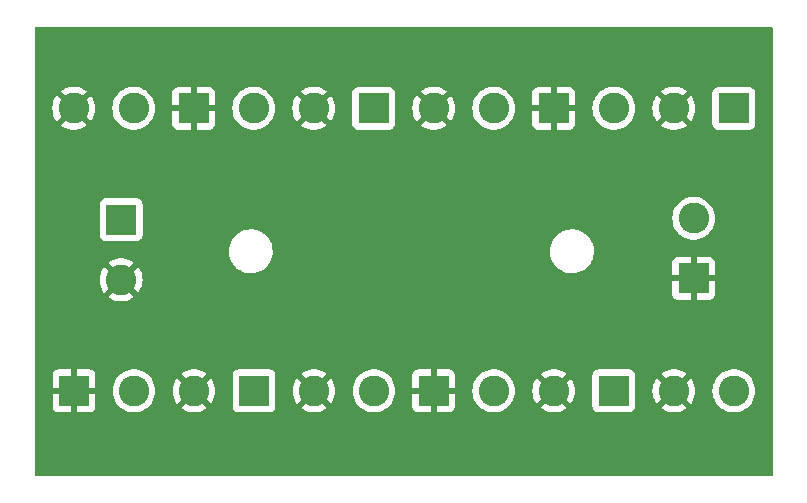
<source format=gbr>
%TF.GenerationSoftware,KiCad,Pcbnew,7.0.7*%
%TF.CreationDate,2024-01-08T20:38:26+01:00*%
%TF.ProjectId,SplitX_2,53706c69-7458-45f3-922e-6b696361645f,rev?*%
%TF.SameCoordinates,Original*%
%TF.FileFunction,Copper,L1,Top*%
%TF.FilePolarity,Positive*%
%FSLAX46Y46*%
G04 Gerber Fmt 4.6, Leading zero omitted, Abs format (unit mm)*
G04 Created by KiCad (PCBNEW 7.0.7) date 2024-01-08 20:38:26*
%MOMM*%
%LPD*%
G01*
G04 APERTURE LIST*
%TA.AperFunction,ComponentPad*%
%ADD10R,2.600000X2.600000*%
%TD*%
%TA.AperFunction,ComponentPad*%
%ADD11C,2.600000*%
%TD*%
G04 APERTURE END LIST*
D10*
%TO.P,J5,1,Pin_1*%
%TO.N,B*%
X220218000Y-43891000D03*
D11*
%TO.P,J5,2,Pin_2*%
%TO.N,A*%
X215138000Y-43891000D03*
%TO.P,J5,3,Pin_3*%
%TO.N,B*%
X210058000Y-43891000D03*
%TD*%
D10*
%TO.P,Je,1,Pin_1*%
%TO.N,B*%
X210080000Y-67818000D03*
D11*
%TO.P,Je,2,Pin_2*%
%TO.N,A*%
X215160000Y-67818000D03*
%TO.P,Je,3,Pin_3*%
%TO.N,B*%
X220240000Y-67818000D03*
%TD*%
D10*
%TO.P,J4,1,Pin_1*%
%TO.N,A*%
X194840000Y-67818000D03*
D11*
%TO.P,J4,2,Pin_2*%
%TO.N,B*%
X199920000Y-67818000D03*
%TO.P,J4,3,Pin_3*%
%TO.N,A*%
X205000000Y-67818000D03*
%TD*%
D10*
%TO.P,J1,1,Pin_1*%
%TO.N,B*%
X198831000Y-53335000D03*
D11*
%TO.P,J1,2,Pin_2*%
%TO.N,A*%
X198831000Y-58415000D03*
%TD*%
D10*
%TO.P,J8,1,Pin_1*%
%TO.N,A*%
X225298000Y-67818000D03*
D11*
%TO.P,J8,2,Pin_2*%
%TO.N,B*%
X230378000Y-67818000D03*
%TO.P,J8,3,Pin_3*%
%TO.N,A*%
X235458000Y-67818000D03*
%TD*%
D10*
%TO.P,J2,1,Pin_1*%
%TO.N,B*%
X250703000Y-43891000D03*
D11*
%TO.P,J2,2,Pin_2*%
%TO.N,A*%
X245623000Y-43891000D03*
%TO.P,J2,3,Pin_3*%
%TO.N,B*%
X240543000Y-43891000D03*
%TD*%
D10*
%TO.P,J7,1,Pin_1*%
%TO.N,A*%
X204978000Y-43891000D03*
D11*
%TO.P,J7,2,Pin_2*%
%TO.N,B*%
X199898000Y-43891000D03*
%TO.P,J7,3,Pin_3*%
%TO.N,A*%
X194818000Y-43891000D03*
%TD*%
D10*
%TO.P,J9,1,Pin_1*%
%TO.N,B*%
X240544000Y-67818000D03*
D11*
%TO.P,J9,2,Pin_2*%
%TO.N,A*%
X245624000Y-67818000D03*
%TO.P,J9,3,Pin_3*%
%TO.N,B*%
X250704000Y-67818000D03*
%TD*%
D10*
%TO.P,J10,1,Pin_1*%
%TO.N,A*%
X247305000Y-58291000D03*
D11*
%TO.P,J10,2,Pin_2*%
%TO.N,B*%
X247305000Y-53211000D03*
%TD*%
D10*
%TO.P,J3,1,Pin_1*%
%TO.N,A*%
X235458000Y-43891000D03*
D11*
%TO.P,J3,2,Pin_2*%
%TO.N,B*%
X230378000Y-43891000D03*
%TO.P,J3,3,Pin_3*%
%TO.N,A*%
X225298000Y-43891000D03*
%TD*%
%TA.AperFunction,Conductor*%
%TO.N,A*%
G36*
X253941621Y-37020502D02*
G01*
X253988114Y-37074158D01*
X253999500Y-37126500D01*
X253999500Y-74873500D01*
X253979498Y-74941621D01*
X253925842Y-74988114D01*
X253873500Y-74999500D01*
X191626500Y-74999500D01*
X191558379Y-74979498D01*
X191511886Y-74925842D01*
X191500500Y-74873500D01*
X191500500Y-69166597D01*
X193032000Y-69166597D01*
X193038505Y-69227093D01*
X193089555Y-69363964D01*
X193089555Y-69363965D01*
X193177095Y-69480904D01*
X193294034Y-69568444D01*
X193430906Y-69619494D01*
X193491402Y-69625999D01*
X193491415Y-69626000D01*
X194586000Y-69626000D01*
X194586000Y-68586305D01*
X194606002Y-68518184D01*
X194659658Y-68471691D01*
X194729932Y-68461587D01*
X194743325Y-68464261D01*
X194757886Y-68468000D01*
X194757889Y-68468000D01*
X194880890Y-68468000D01*
X194880894Y-68468000D01*
X194952207Y-68458991D01*
X195022298Y-68470297D01*
X195075149Y-68517702D01*
X195094000Y-68583997D01*
X195094000Y-69626000D01*
X196188585Y-69626000D01*
X196188597Y-69625999D01*
X196249093Y-69619494D01*
X196385964Y-69568444D01*
X196385965Y-69568444D01*
X196502904Y-69480904D01*
X196590444Y-69363965D01*
X196590444Y-69363964D01*
X196641494Y-69227093D01*
X196647999Y-69166597D01*
X196648000Y-69166585D01*
X196648000Y-68072000D01*
X195605576Y-68072000D01*
X195537455Y-68051998D01*
X195490962Y-67998342D01*
X195480858Y-67928068D01*
X195481808Y-67922391D01*
X195493872Y-67859146D01*
X195493873Y-67859133D01*
X195491285Y-67818000D01*
X198106429Y-67818000D01*
X198126685Y-68088302D01*
X198187001Y-68352560D01*
X198187002Y-68352562D01*
X198286027Y-68604875D01*
X198286030Y-68604883D01*
X198421554Y-68839617D01*
X198421556Y-68839620D01*
X198421557Y-68839621D01*
X198473453Y-68904697D01*
X198590561Y-69051546D01*
X198714545Y-69166585D01*
X198789257Y-69235907D01*
X198789263Y-69235911D01*
X199013205Y-69388593D01*
X199013212Y-69388597D01*
X199013215Y-69388599D01*
X199154003Y-69456399D01*
X199257423Y-69506204D01*
X199257436Y-69506209D01*
X199516431Y-69586098D01*
X199516433Y-69586098D01*
X199516442Y-69586101D01*
X199784472Y-69626500D01*
X199784476Y-69626500D01*
X200055524Y-69626500D01*
X200055528Y-69626500D01*
X200323558Y-69586101D01*
X200323568Y-69586098D01*
X200582563Y-69506209D01*
X200582565Y-69506207D01*
X200582572Y-69506206D01*
X200582577Y-69506203D01*
X200582581Y-69506202D01*
X200826780Y-69388602D01*
X200826780Y-69388601D01*
X200826786Y-69388599D01*
X201050743Y-69235907D01*
X201249442Y-69051542D01*
X201418443Y-68839621D01*
X201553971Y-68604879D01*
X201652999Y-68352559D01*
X201713315Y-68088299D01*
X201733571Y-67818000D01*
X201733571Y-67817999D01*
X203186930Y-67817999D01*
X203207180Y-68088227D01*
X203267480Y-68352413D01*
X203267481Y-68352416D01*
X203366480Y-68604664D01*
X203501968Y-68839335D01*
X203554092Y-68904696D01*
X204278369Y-68180418D01*
X204340682Y-68146393D01*
X204411497Y-68151457D01*
X204468333Y-68194004D01*
X204473848Y-68201996D01*
X204495186Y-68235619D01*
X204559056Y-68295596D01*
X204614902Y-68348039D01*
X204619654Y-68351492D01*
X204663007Y-68407716D01*
X204669081Y-68478452D01*
X204635948Y-68541243D01*
X204634686Y-68542522D01*
X203912455Y-69264752D01*
X203912455Y-69264753D01*
X204093469Y-69388167D01*
X204093470Y-69388168D01*
X204337602Y-69505735D01*
X204596547Y-69585611D01*
X204596555Y-69585612D01*
X204864513Y-69626000D01*
X205135487Y-69626000D01*
X205403444Y-69585612D01*
X205403452Y-69585611D01*
X205662397Y-69505735D01*
X205906529Y-69388168D01*
X205906530Y-69388167D01*
X206087543Y-69264753D01*
X205989439Y-69166649D01*
X208271500Y-69166649D01*
X208278009Y-69227196D01*
X208278011Y-69227204D01*
X208329110Y-69364202D01*
X208329112Y-69364207D01*
X208416738Y-69481261D01*
X208533792Y-69568887D01*
X208533794Y-69568888D01*
X208533796Y-69568889D01*
X208578629Y-69585611D01*
X208670795Y-69619988D01*
X208670803Y-69619990D01*
X208731350Y-69626499D01*
X208731355Y-69626499D01*
X208731362Y-69626500D01*
X208731368Y-69626500D01*
X211428632Y-69626500D01*
X211428638Y-69626500D01*
X211428645Y-69626499D01*
X211428649Y-69626499D01*
X211489196Y-69619990D01*
X211489199Y-69619989D01*
X211489201Y-69619989D01*
X211626204Y-69568889D01*
X211626799Y-69568444D01*
X211743261Y-69481261D01*
X211830887Y-69364207D01*
X211830887Y-69364206D01*
X211830889Y-69364204D01*
X211881989Y-69227201D01*
X211888500Y-69166638D01*
X211888500Y-67818000D01*
X213346930Y-67818000D01*
X213367180Y-68088227D01*
X213427480Y-68352413D01*
X213427481Y-68352416D01*
X213526480Y-68604664D01*
X213661968Y-68839335D01*
X213714092Y-68904696D01*
X214438369Y-68180418D01*
X214500682Y-68146393D01*
X214571497Y-68151457D01*
X214628333Y-68194004D01*
X214633848Y-68201996D01*
X214655186Y-68235619D01*
X214719056Y-68295596D01*
X214774902Y-68348039D01*
X214779654Y-68351492D01*
X214823007Y-68407716D01*
X214829081Y-68478452D01*
X214795948Y-68541243D01*
X214794686Y-68542522D01*
X214072455Y-69264752D01*
X214072455Y-69264753D01*
X214253469Y-69388167D01*
X214253470Y-69388168D01*
X214497602Y-69505735D01*
X214756547Y-69585611D01*
X214756555Y-69585612D01*
X215024513Y-69626000D01*
X215295487Y-69626000D01*
X215563444Y-69585612D01*
X215563452Y-69585611D01*
X215822397Y-69505735D01*
X216066529Y-69388168D01*
X216066530Y-69388167D01*
X216247543Y-69264753D01*
X215521614Y-68538825D01*
X215487589Y-68476512D01*
X215492653Y-68405697D01*
X215535200Y-68348861D01*
X215536648Y-68347793D01*
X215546626Y-68340543D01*
X215608492Y-68295595D01*
X215696032Y-68189776D01*
X215754862Y-68150041D01*
X215825840Y-68148418D01*
X215882210Y-68180999D01*
X216605907Y-68904697D01*
X216605907Y-68904696D01*
X216658025Y-68839343D01*
X216658031Y-68839335D01*
X216793519Y-68604664D01*
X216892518Y-68352416D01*
X216892519Y-68352413D01*
X216952819Y-68088227D01*
X216973069Y-67818000D01*
X218426429Y-67818000D01*
X218429512Y-67859138D01*
X218446685Y-68088302D01*
X218507001Y-68352560D01*
X218507002Y-68352562D01*
X218606027Y-68604875D01*
X218606030Y-68604883D01*
X218741554Y-68839617D01*
X218741556Y-68839620D01*
X218741557Y-68839621D01*
X218793453Y-68904697D01*
X218910561Y-69051546D01*
X219034545Y-69166585D01*
X219109257Y-69235907D01*
X219109263Y-69235911D01*
X219333205Y-69388593D01*
X219333212Y-69388597D01*
X219333215Y-69388599D01*
X219474003Y-69456399D01*
X219577423Y-69506204D01*
X219577436Y-69506209D01*
X219836431Y-69586098D01*
X219836433Y-69586098D01*
X219836442Y-69586101D01*
X220104472Y-69626500D01*
X220104476Y-69626500D01*
X220375524Y-69626500D01*
X220375528Y-69626500D01*
X220643558Y-69586101D01*
X220643568Y-69586098D01*
X220902563Y-69506209D01*
X220902565Y-69506207D01*
X220902572Y-69506206D01*
X220902577Y-69506203D01*
X220902581Y-69506202D01*
X221146780Y-69388602D01*
X221146780Y-69388601D01*
X221146786Y-69388599D01*
X221370743Y-69235907D01*
X221445442Y-69166597D01*
X223490000Y-69166597D01*
X223496505Y-69227093D01*
X223547555Y-69363964D01*
X223547555Y-69363965D01*
X223635095Y-69480904D01*
X223752034Y-69568444D01*
X223888906Y-69619494D01*
X223949402Y-69625999D01*
X223949415Y-69626000D01*
X225044000Y-69626000D01*
X225044000Y-68586305D01*
X225064002Y-68518184D01*
X225117658Y-68471691D01*
X225187932Y-68461587D01*
X225201325Y-68464261D01*
X225215886Y-68468000D01*
X225215889Y-68468000D01*
X225338890Y-68468000D01*
X225338894Y-68468000D01*
X225410207Y-68458991D01*
X225480298Y-68470297D01*
X225533149Y-68517702D01*
X225552000Y-68583997D01*
X225552000Y-69626000D01*
X226646585Y-69626000D01*
X226646597Y-69625999D01*
X226707093Y-69619494D01*
X226843964Y-69568444D01*
X226843965Y-69568444D01*
X226960904Y-69480904D01*
X227048444Y-69363965D01*
X227048444Y-69363964D01*
X227099494Y-69227093D01*
X227105999Y-69166597D01*
X227106000Y-69166585D01*
X227106000Y-68072000D01*
X226063576Y-68072000D01*
X225995455Y-68051998D01*
X225948962Y-67998342D01*
X225938858Y-67928068D01*
X225939808Y-67922391D01*
X225951872Y-67859146D01*
X225951873Y-67859133D01*
X225949285Y-67818000D01*
X228564429Y-67818000D01*
X228584685Y-68088302D01*
X228645001Y-68352560D01*
X228645002Y-68352562D01*
X228744027Y-68604875D01*
X228744030Y-68604883D01*
X228879554Y-68839617D01*
X228879556Y-68839620D01*
X228879557Y-68839621D01*
X228931453Y-68904697D01*
X229048561Y-69051546D01*
X229172545Y-69166585D01*
X229247257Y-69235907D01*
X229247263Y-69235911D01*
X229471205Y-69388593D01*
X229471212Y-69388597D01*
X229471215Y-69388599D01*
X229612003Y-69456399D01*
X229715423Y-69506204D01*
X229715436Y-69506209D01*
X229974431Y-69586098D01*
X229974433Y-69586098D01*
X229974442Y-69586101D01*
X230242472Y-69626500D01*
X230242476Y-69626500D01*
X230513524Y-69626500D01*
X230513528Y-69626500D01*
X230781558Y-69586101D01*
X230781568Y-69586098D01*
X231040563Y-69506209D01*
X231040565Y-69506207D01*
X231040572Y-69506206D01*
X231040577Y-69506203D01*
X231040581Y-69506202D01*
X231284780Y-69388602D01*
X231284780Y-69388601D01*
X231284786Y-69388599D01*
X231508743Y-69235907D01*
X231707442Y-69051542D01*
X231876443Y-68839621D01*
X232011971Y-68604879D01*
X232110999Y-68352559D01*
X232171315Y-68088299D01*
X232191571Y-67818000D01*
X232191571Y-67817999D01*
X233644930Y-67817999D01*
X233665180Y-68088227D01*
X233725480Y-68352413D01*
X233725481Y-68352416D01*
X233824480Y-68604664D01*
X233959968Y-68839335D01*
X234012092Y-68904696D01*
X234736369Y-68180418D01*
X234798682Y-68146393D01*
X234869497Y-68151457D01*
X234926333Y-68194004D01*
X234931848Y-68201996D01*
X234953186Y-68235619D01*
X235017056Y-68295596D01*
X235072902Y-68348039D01*
X235077654Y-68351492D01*
X235121007Y-68407716D01*
X235127081Y-68478452D01*
X235093948Y-68541243D01*
X235092686Y-68542522D01*
X234370455Y-69264752D01*
X234370455Y-69264753D01*
X234551469Y-69388167D01*
X234551470Y-69388168D01*
X234795602Y-69505735D01*
X235054547Y-69585611D01*
X235054555Y-69585612D01*
X235322513Y-69626000D01*
X235593487Y-69626000D01*
X235861444Y-69585612D01*
X235861452Y-69585611D01*
X236120397Y-69505735D01*
X236364529Y-69388168D01*
X236364530Y-69388167D01*
X236545543Y-69264753D01*
X236447439Y-69166649D01*
X238735500Y-69166649D01*
X238742009Y-69227196D01*
X238742011Y-69227204D01*
X238793110Y-69364202D01*
X238793112Y-69364207D01*
X238880738Y-69481261D01*
X238997792Y-69568887D01*
X238997794Y-69568888D01*
X238997796Y-69568889D01*
X239042629Y-69585611D01*
X239134795Y-69619988D01*
X239134803Y-69619990D01*
X239195350Y-69626499D01*
X239195355Y-69626499D01*
X239195362Y-69626500D01*
X239195368Y-69626500D01*
X241892632Y-69626500D01*
X241892638Y-69626500D01*
X241892645Y-69626499D01*
X241892649Y-69626499D01*
X241953196Y-69619990D01*
X241953199Y-69619989D01*
X241953201Y-69619989D01*
X242090204Y-69568889D01*
X242090799Y-69568444D01*
X242207261Y-69481261D01*
X242294887Y-69364207D01*
X242294887Y-69364206D01*
X242294889Y-69364204D01*
X242345989Y-69227201D01*
X242352500Y-69166638D01*
X242352500Y-67818000D01*
X243810930Y-67818000D01*
X243831180Y-68088227D01*
X243891480Y-68352413D01*
X243891481Y-68352416D01*
X243990480Y-68604664D01*
X244125968Y-68839335D01*
X244178092Y-68904696D01*
X244902369Y-68180418D01*
X244964682Y-68146393D01*
X245035497Y-68151457D01*
X245092333Y-68194004D01*
X245097848Y-68201996D01*
X245119186Y-68235619D01*
X245183056Y-68295596D01*
X245238902Y-68348039D01*
X245243654Y-68351492D01*
X245287007Y-68407716D01*
X245293081Y-68478452D01*
X245259948Y-68541243D01*
X245258686Y-68542522D01*
X244536455Y-69264752D01*
X244536455Y-69264753D01*
X244717469Y-69388167D01*
X244717470Y-69388168D01*
X244961602Y-69505735D01*
X245220547Y-69585611D01*
X245220555Y-69585612D01*
X245488513Y-69626000D01*
X245759487Y-69626000D01*
X246027444Y-69585612D01*
X246027452Y-69585611D01*
X246286397Y-69505735D01*
X246530529Y-69388168D01*
X246530530Y-69388167D01*
X246711543Y-69264753D01*
X245985614Y-68538825D01*
X245951589Y-68476512D01*
X245956653Y-68405697D01*
X245999200Y-68348861D01*
X246000648Y-68347793D01*
X246010626Y-68340543D01*
X246072492Y-68295595D01*
X246160032Y-68189776D01*
X246218862Y-68150041D01*
X246289840Y-68148418D01*
X246346210Y-68180999D01*
X247069907Y-68904697D01*
X247069907Y-68904696D01*
X247122025Y-68839343D01*
X247122031Y-68839335D01*
X247257519Y-68604664D01*
X247356518Y-68352416D01*
X247356519Y-68352413D01*
X247416819Y-68088227D01*
X247437069Y-67818000D01*
X248890429Y-67818000D01*
X248893512Y-67859138D01*
X248910685Y-68088302D01*
X248971001Y-68352560D01*
X248971002Y-68352562D01*
X249070027Y-68604875D01*
X249070030Y-68604883D01*
X249205554Y-68839617D01*
X249205556Y-68839620D01*
X249205557Y-68839621D01*
X249257453Y-68904697D01*
X249374561Y-69051546D01*
X249498545Y-69166585D01*
X249573257Y-69235907D01*
X249573263Y-69235911D01*
X249797205Y-69388593D01*
X249797212Y-69388597D01*
X249797215Y-69388599D01*
X249938003Y-69456399D01*
X250041423Y-69506204D01*
X250041436Y-69506209D01*
X250300431Y-69586098D01*
X250300433Y-69586098D01*
X250300442Y-69586101D01*
X250568472Y-69626500D01*
X250568476Y-69626500D01*
X250839524Y-69626500D01*
X250839528Y-69626500D01*
X251107558Y-69586101D01*
X251107568Y-69586098D01*
X251366563Y-69506209D01*
X251366565Y-69506207D01*
X251366572Y-69506206D01*
X251366577Y-69506203D01*
X251366581Y-69506202D01*
X251610780Y-69388602D01*
X251610780Y-69388601D01*
X251610786Y-69388599D01*
X251834743Y-69235907D01*
X252033442Y-69051542D01*
X252202443Y-68839621D01*
X252337971Y-68604879D01*
X252436999Y-68352559D01*
X252497315Y-68088299D01*
X252517571Y-67818000D01*
X252497315Y-67547701D01*
X252436999Y-67283441D01*
X252337971Y-67031121D01*
X252337970Y-67031120D01*
X252337969Y-67031116D01*
X252202445Y-66796382D01*
X252033438Y-66584453D01*
X251844126Y-66408799D01*
X251834743Y-66400093D01*
X251792432Y-66371246D01*
X251646917Y-66272035D01*
X251610786Y-66247401D01*
X251610783Y-66247400D01*
X251610781Y-66247398D01*
X251610780Y-66247397D01*
X251366581Y-66129797D01*
X251366563Y-66129790D01*
X251107568Y-66049901D01*
X251107560Y-66049899D01*
X251107558Y-66049899D01*
X250839528Y-66009500D01*
X250568472Y-66009500D01*
X250300442Y-66049899D01*
X250300440Y-66049899D01*
X250300431Y-66049901D01*
X250041436Y-66129790D01*
X250041423Y-66129795D01*
X249797212Y-66247402D01*
X249797205Y-66247406D01*
X249573263Y-66400088D01*
X249573251Y-66400098D01*
X249374561Y-66584453D01*
X249205554Y-66796382D01*
X249070030Y-67031116D01*
X249070027Y-67031124D01*
X248971002Y-67283437D01*
X248971001Y-67283439D01*
X248910685Y-67547697D01*
X248893512Y-67776862D01*
X248890429Y-67818000D01*
X247437069Y-67818000D01*
X247416819Y-67547772D01*
X247356519Y-67283586D01*
X247356518Y-67283583D01*
X247257519Y-67031335D01*
X247122031Y-66796664D01*
X247069906Y-66731302D01*
X246345628Y-67455580D01*
X246283316Y-67489605D01*
X246212500Y-67484540D01*
X246155665Y-67441993D01*
X246150147Y-67433997D01*
X246128814Y-67400381D01*
X246009092Y-67287955D01*
X246004341Y-67284503D01*
X245960990Y-67228279D01*
X245954918Y-67157542D01*
X245988053Y-67094752D01*
X245989312Y-67093475D01*
X246711543Y-66371245D01*
X246711543Y-66371244D01*
X246530537Y-66247836D01*
X246530529Y-66247831D01*
X246286397Y-66130264D01*
X246027452Y-66050388D01*
X246027444Y-66050387D01*
X245759487Y-66010000D01*
X245488513Y-66010000D01*
X245220555Y-66050387D01*
X245220547Y-66050388D01*
X244961602Y-66130264D01*
X244717470Y-66247831D01*
X244717462Y-66247836D01*
X244536455Y-66371244D01*
X244536455Y-66371246D01*
X245262385Y-67097176D01*
X245296411Y-67159488D01*
X245291346Y-67230303D01*
X245248799Y-67287139D01*
X245247352Y-67288207D01*
X245175508Y-67340405D01*
X245087968Y-67446221D01*
X245029136Y-67485959D01*
X244958158Y-67487581D01*
X244901789Y-67455000D01*
X244178092Y-66731302D01*
X244178091Y-66731302D01*
X244125968Y-66796664D01*
X243990480Y-67031335D01*
X243891481Y-67283583D01*
X243891480Y-67283586D01*
X243831180Y-67547772D01*
X243810930Y-67818000D01*
X242352500Y-67818000D01*
X242352500Y-66469362D01*
X242346001Y-66408906D01*
X242345990Y-66408803D01*
X242345988Y-66408795D01*
X242294978Y-66272035D01*
X242294889Y-66271796D01*
X242294888Y-66271794D01*
X242294887Y-66271792D01*
X242207261Y-66154738D01*
X242090207Y-66067112D01*
X242090202Y-66067110D01*
X241953204Y-66016011D01*
X241953196Y-66016009D01*
X241892649Y-66009500D01*
X241892638Y-66009500D01*
X239195362Y-66009500D01*
X239195350Y-66009500D01*
X239134803Y-66016009D01*
X239134795Y-66016011D01*
X238997797Y-66067110D01*
X238997792Y-66067112D01*
X238880738Y-66154738D01*
X238793112Y-66271792D01*
X238793110Y-66271797D01*
X238742011Y-66408795D01*
X238742009Y-66408803D01*
X238735500Y-66469350D01*
X238735500Y-69166649D01*
X236447439Y-69166649D01*
X235819614Y-68538825D01*
X235785589Y-68476512D01*
X235790653Y-68405697D01*
X235833200Y-68348861D01*
X235834648Y-68347793D01*
X235844626Y-68340543D01*
X235906492Y-68295595D01*
X235994032Y-68189776D01*
X236052862Y-68150041D01*
X236123840Y-68148418D01*
X236180210Y-68180999D01*
X236903907Y-68904697D01*
X236903907Y-68904696D01*
X236956025Y-68839343D01*
X236956031Y-68839335D01*
X237091519Y-68604664D01*
X237190518Y-68352416D01*
X237190519Y-68352413D01*
X237250819Y-68088227D01*
X237271069Y-67817999D01*
X237250819Y-67547772D01*
X237190519Y-67283586D01*
X237190518Y-67283583D01*
X237091519Y-67031335D01*
X236956031Y-66796664D01*
X236903906Y-66731302D01*
X236179628Y-67455580D01*
X236117316Y-67489605D01*
X236046500Y-67484540D01*
X235989665Y-67441993D01*
X235984147Y-67433997D01*
X235962814Y-67400381D01*
X235843092Y-67287955D01*
X235838341Y-67284503D01*
X235794990Y-67228279D01*
X235788918Y-67157542D01*
X235822053Y-67094752D01*
X235823312Y-67093475D01*
X236545543Y-66371245D01*
X236545543Y-66371244D01*
X236364537Y-66247836D01*
X236364529Y-66247831D01*
X236120397Y-66130264D01*
X235861452Y-66050388D01*
X235861444Y-66050387D01*
X235593487Y-66010000D01*
X235322513Y-66010000D01*
X235054555Y-66050387D01*
X235054547Y-66050388D01*
X234795602Y-66130264D01*
X234551470Y-66247831D01*
X234551462Y-66247836D01*
X234370455Y-66371244D01*
X234370455Y-66371246D01*
X235096385Y-67097176D01*
X235130411Y-67159488D01*
X235125346Y-67230303D01*
X235082799Y-67287139D01*
X235081352Y-67288207D01*
X235009508Y-67340405D01*
X234921968Y-67446221D01*
X234863136Y-67485959D01*
X234792158Y-67487581D01*
X234735789Y-67455000D01*
X234012092Y-66731302D01*
X234012091Y-66731302D01*
X233959968Y-66796664D01*
X233824480Y-67031335D01*
X233725481Y-67283583D01*
X233725480Y-67283586D01*
X233665180Y-67547772D01*
X233644930Y-67817999D01*
X232191571Y-67817999D01*
X232171315Y-67547701D01*
X232110999Y-67283441D01*
X232011971Y-67031121D01*
X232011970Y-67031120D01*
X232011969Y-67031116D01*
X231876445Y-66796382D01*
X231707438Y-66584453D01*
X231518126Y-66408799D01*
X231508743Y-66400093D01*
X231466432Y-66371246D01*
X231320917Y-66272035D01*
X231284786Y-66247401D01*
X231284783Y-66247400D01*
X231284781Y-66247398D01*
X231284780Y-66247397D01*
X231040581Y-66129797D01*
X231040563Y-66129790D01*
X230781568Y-66049901D01*
X230781560Y-66049899D01*
X230781558Y-66049899D01*
X230513528Y-66009500D01*
X230242472Y-66009500D01*
X229974442Y-66049899D01*
X229974440Y-66049899D01*
X229974431Y-66049901D01*
X229715436Y-66129790D01*
X229715423Y-66129795D01*
X229471212Y-66247402D01*
X229471205Y-66247406D01*
X229247263Y-66400088D01*
X229247251Y-66400098D01*
X229048561Y-66584453D01*
X228879554Y-66796382D01*
X228744030Y-67031116D01*
X228744027Y-67031124D01*
X228645002Y-67283437D01*
X228645001Y-67283439D01*
X228584685Y-67547697D01*
X228564429Y-67818000D01*
X225949285Y-67818000D01*
X225941730Y-67697911D01*
X225957415Y-67628669D01*
X226008046Y-67578899D01*
X226067481Y-67564000D01*
X227106000Y-67564000D01*
X227106000Y-66469414D01*
X227105999Y-66469402D01*
X227099494Y-66408906D01*
X227048444Y-66272035D01*
X227048444Y-66272034D01*
X226960904Y-66155095D01*
X226843965Y-66067555D01*
X226707093Y-66016505D01*
X226646597Y-66010000D01*
X225552000Y-66010000D01*
X225552000Y-67049694D01*
X225531998Y-67117815D01*
X225478342Y-67164308D01*
X225408068Y-67174412D01*
X225394667Y-67171736D01*
X225380119Y-67168001D01*
X225380116Y-67168000D01*
X225380114Y-67168000D01*
X225257106Y-67168000D01*
X225257104Y-67168000D01*
X225185790Y-67177009D01*
X225115700Y-67165702D01*
X225062849Y-67118296D01*
X225043999Y-67052002D01*
X225044000Y-66010000D01*
X223949402Y-66010000D01*
X223888906Y-66016505D01*
X223752035Y-66067555D01*
X223752034Y-66067555D01*
X223635095Y-66155095D01*
X223547555Y-66272034D01*
X223547555Y-66272035D01*
X223496505Y-66408906D01*
X223490000Y-66469402D01*
X223490000Y-67564000D01*
X224532424Y-67564000D01*
X224600545Y-67584002D01*
X224647038Y-67637658D01*
X224657142Y-67707932D01*
X224656192Y-67713609D01*
X224644127Y-67776853D01*
X224644127Y-67776862D01*
X224654270Y-67938089D01*
X224638585Y-68007331D01*
X224587954Y-68057101D01*
X224528519Y-68072000D01*
X223490000Y-68072000D01*
X223490000Y-69166597D01*
X221445442Y-69166597D01*
X221569442Y-69051542D01*
X221738443Y-68839621D01*
X221873971Y-68604879D01*
X221972999Y-68352559D01*
X222033315Y-68088299D01*
X222053571Y-67818000D01*
X222033315Y-67547701D01*
X221972999Y-67283441D01*
X221873971Y-67031121D01*
X221873970Y-67031120D01*
X221873969Y-67031116D01*
X221738445Y-66796382D01*
X221569438Y-66584453D01*
X221380126Y-66408799D01*
X221370743Y-66400093D01*
X221328432Y-66371246D01*
X221182917Y-66272035D01*
X221146786Y-66247401D01*
X221146783Y-66247400D01*
X221146781Y-66247398D01*
X221146780Y-66247397D01*
X220902581Y-66129797D01*
X220902563Y-66129790D01*
X220643568Y-66049901D01*
X220643560Y-66049899D01*
X220643558Y-66049899D01*
X220375528Y-66009500D01*
X220104472Y-66009500D01*
X219836442Y-66049899D01*
X219836440Y-66049899D01*
X219836431Y-66049901D01*
X219577436Y-66129790D01*
X219577423Y-66129795D01*
X219333212Y-66247402D01*
X219333205Y-66247406D01*
X219109263Y-66400088D01*
X219109251Y-66400098D01*
X218910561Y-66584453D01*
X218741554Y-66796382D01*
X218606030Y-67031116D01*
X218606027Y-67031124D01*
X218507002Y-67283437D01*
X218507001Y-67283439D01*
X218446685Y-67547697D01*
X218429512Y-67776862D01*
X218426429Y-67818000D01*
X216973069Y-67818000D01*
X216973069Y-67817999D01*
X216952819Y-67547772D01*
X216892519Y-67283586D01*
X216892518Y-67283583D01*
X216793519Y-67031335D01*
X216658031Y-66796664D01*
X216605906Y-66731302D01*
X215881628Y-67455580D01*
X215819316Y-67489605D01*
X215748500Y-67484540D01*
X215691665Y-67441993D01*
X215686147Y-67433997D01*
X215664814Y-67400381D01*
X215545092Y-67287955D01*
X215540341Y-67284503D01*
X215496990Y-67228279D01*
X215490918Y-67157542D01*
X215524053Y-67094752D01*
X215525312Y-67093475D01*
X216247543Y-66371245D01*
X216247543Y-66371244D01*
X216066537Y-66247836D01*
X216066529Y-66247831D01*
X215822397Y-66130264D01*
X215563452Y-66050388D01*
X215563444Y-66050387D01*
X215295487Y-66010000D01*
X215024513Y-66010000D01*
X214756555Y-66050387D01*
X214756547Y-66050388D01*
X214497602Y-66130264D01*
X214253470Y-66247831D01*
X214253462Y-66247836D01*
X214072455Y-66371244D01*
X214072455Y-66371246D01*
X214798385Y-67097176D01*
X214832411Y-67159488D01*
X214827346Y-67230303D01*
X214784799Y-67287139D01*
X214783352Y-67288207D01*
X214711508Y-67340405D01*
X214623968Y-67446221D01*
X214565136Y-67485959D01*
X214494158Y-67487581D01*
X214437789Y-67455000D01*
X213714092Y-66731302D01*
X213714091Y-66731302D01*
X213661968Y-66796664D01*
X213526480Y-67031335D01*
X213427481Y-67283583D01*
X213427480Y-67283586D01*
X213367180Y-67547772D01*
X213346930Y-67818000D01*
X211888500Y-67818000D01*
X211888500Y-66469362D01*
X211882001Y-66408906D01*
X211881990Y-66408803D01*
X211881988Y-66408795D01*
X211830978Y-66272035D01*
X211830889Y-66271796D01*
X211830888Y-66271794D01*
X211830887Y-66271792D01*
X211743261Y-66154738D01*
X211626207Y-66067112D01*
X211626202Y-66067110D01*
X211489204Y-66016011D01*
X211489196Y-66016009D01*
X211428649Y-66009500D01*
X211428638Y-66009500D01*
X208731362Y-66009500D01*
X208731350Y-66009500D01*
X208670803Y-66016009D01*
X208670795Y-66016011D01*
X208533797Y-66067110D01*
X208533792Y-66067112D01*
X208416738Y-66154738D01*
X208329112Y-66271792D01*
X208329110Y-66271797D01*
X208278011Y-66408795D01*
X208278009Y-66408803D01*
X208271500Y-66469350D01*
X208271500Y-69166649D01*
X205989439Y-69166649D01*
X205361614Y-68538825D01*
X205327589Y-68476512D01*
X205332653Y-68405697D01*
X205375200Y-68348861D01*
X205376648Y-68347793D01*
X205386626Y-68340543D01*
X205448492Y-68295595D01*
X205536032Y-68189776D01*
X205594862Y-68150041D01*
X205665840Y-68148418D01*
X205722210Y-68180999D01*
X206445907Y-68904697D01*
X206445907Y-68904696D01*
X206498025Y-68839343D01*
X206498031Y-68839335D01*
X206633519Y-68604664D01*
X206732518Y-68352416D01*
X206732519Y-68352413D01*
X206792819Y-68088227D01*
X206813069Y-67817999D01*
X206792819Y-67547772D01*
X206732519Y-67283586D01*
X206732518Y-67283583D01*
X206633519Y-67031335D01*
X206498031Y-66796664D01*
X206445906Y-66731302D01*
X205721628Y-67455580D01*
X205659316Y-67489605D01*
X205588500Y-67484540D01*
X205531665Y-67441993D01*
X205526147Y-67433997D01*
X205504814Y-67400381D01*
X205385092Y-67287955D01*
X205380341Y-67284503D01*
X205336990Y-67228279D01*
X205330918Y-67157542D01*
X205364053Y-67094752D01*
X205365312Y-67093475D01*
X206087543Y-66371245D01*
X206087543Y-66371244D01*
X205906537Y-66247836D01*
X205906529Y-66247831D01*
X205662397Y-66130264D01*
X205403452Y-66050388D01*
X205403444Y-66050387D01*
X205135487Y-66010000D01*
X204864513Y-66010000D01*
X204596555Y-66050387D01*
X204596547Y-66050388D01*
X204337602Y-66130264D01*
X204093470Y-66247831D01*
X204093462Y-66247836D01*
X203912455Y-66371244D01*
X203912455Y-66371246D01*
X204638385Y-67097176D01*
X204672411Y-67159488D01*
X204667346Y-67230303D01*
X204624799Y-67287139D01*
X204623352Y-67288207D01*
X204551508Y-67340405D01*
X204463968Y-67446221D01*
X204405136Y-67485959D01*
X204334158Y-67487581D01*
X204277789Y-67455000D01*
X203554092Y-66731302D01*
X203554091Y-66731302D01*
X203501968Y-66796664D01*
X203366480Y-67031335D01*
X203267481Y-67283583D01*
X203267480Y-67283586D01*
X203207180Y-67547772D01*
X203186930Y-67817999D01*
X201733571Y-67817999D01*
X201713315Y-67547701D01*
X201652999Y-67283441D01*
X201553971Y-67031121D01*
X201553970Y-67031120D01*
X201553969Y-67031116D01*
X201418445Y-66796382D01*
X201249438Y-66584453D01*
X201060126Y-66408799D01*
X201050743Y-66400093D01*
X201008432Y-66371246D01*
X200862917Y-66272035D01*
X200826786Y-66247401D01*
X200826783Y-66247400D01*
X200826781Y-66247398D01*
X200826780Y-66247397D01*
X200582581Y-66129797D01*
X200582563Y-66129790D01*
X200323568Y-66049901D01*
X200323560Y-66049899D01*
X200323558Y-66049899D01*
X200055528Y-66009500D01*
X199784472Y-66009500D01*
X199516442Y-66049899D01*
X199516440Y-66049899D01*
X199516431Y-66049901D01*
X199257436Y-66129790D01*
X199257423Y-66129795D01*
X199013212Y-66247402D01*
X199013205Y-66247406D01*
X198789263Y-66400088D01*
X198789251Y-66400098D01*
X198590561Y-66584453D01*
X198421554Y-66796382D01*
X198286030Y-67031116D01*
X198286027Y-67031124D01*
X198187002Y-67283437D01*
X198187001Y-67283439D01*
X198126685Y-67547697D01*
X198106429Y-67818000D01*
X195491285Y-67818000D01*
X195483730Y-67697911D01*
X195499415Y-67628669D01*
X195550046Y-67578899D01*
X195609481Y-67564000D01*
X196648000Y-67564000D01*
X196648000Y-66469414D01*
X196647999Y-66469402D01*
X196641494Y-66408906D01*
X196590444Y-66272035D01*
X196590444Y-66272034D01*
X196502904Y-66155095D01*
X196385965Y-66067555D01*
X196249093Y-66016505D01*
X196188597Y-66010000D01*
X195094000Y-66010000D01*
X195094000Y-67049694D01*
X195073998Y-67117815D01*
X195020342Y-67164308D01*
X194950068Y-67174412D01*
X194936667Y-67171736D01*
X194922119Y-67168001D01*
X194922116Y-67168000D01*
X194922114Y-67168000D01*
X194799106Y-67168000D01*
X194799104Y-67168000D01*
X194727791Y-67177009D01*
X194657701Y-67165702D01*
X194604850Y-67118296D01*
X194586000Y-67052002D01*
X194586000Y-66010000D01*
X193491402Y-66010000D01*
X193430906Y-66016505D01*
X193294035Y-66067555D01*
X193294034Y-66067555D01*
X193177095Y-66155095D01*
X193089555Y-66272034D01*
X193089555Y-66272035D01*
X193038505Y-66408906D01*
X193032000Y-66469402D01*
X193032000Y-67564000D01*
X194074424Y-67564000D01*
X194142545Y-67584002D01*
X194189038Y-67637658D01*
X194199142Y-67707932D01*
X194198192Y-67713609D01*
X194186127Y-67776853D01*
X194186127Y-67776862D01*
X194196270Y-67938089D01*
X194180585Y-68007331D01*
X194129954Y-68057101D01*
X194070519Y-68072000D01*
X193032000Y-68072000D01*
X193032000Y-69166597D01*
X191500500Y-69166597D01*
X191500500Y-58415000D01*
X197017930Y-58415000D01*
X197038180Y-58685227D01*
X197098480Y-58949413D01*
X197098481Y-58949416D01*
X197197480Y-59201664D01*
X197332968Y-59436335D01*
X197385092Y-59501696D01*
X198109369Y-58777418D01*
X198171682Y-58743393D01*
X198242497Y-58748457D01*
X198299333Y-58791004D01*
X198304848Y-58798996D01*
X198326186Y-58832619D01*
X198390056Y-58892596D01*
X198445902Y-58945039D01*
X198450654Y-58948492D01*
X198494007Y-59004716D01*
X198500081Y-59075452D01*
X198466948Y-59138243D01*
X198465686Y-59139522D01*
X197743455Y-59861752D01*
X197743455Y-59861753D01*
X197924469Y-59985167D01*
X197924470Y-59985168D01*
X198168602Y-60102735D01*
X198427547Y-60182611D01*
X198427555Y-60182612D01*
X198695513Y-60223000D01*
X198966487Y-60223000D01*
X199234444Y-60182612D01*
X199234452Y-60182611D01*
X199493397Y-60102735D01*
X199737529Y-59985168D01*
X199737530Y-59985167D01*
X199918543Y-59861753D01*
X199696387Y-59639597D01*
X245497000Y-59639597D01*
X245503505Y-59700093D01*
X245554555Y-59836964D01*
X245554555Y-59836965D01*
X245642095Y-59953904D01*
X245759034Y-60041444D01*
X245895906Y-60092494D01*
X245956402Y-60098999D01*
X245956415Y-60099000D01*
X247051000Y-60099000D01*
X247051000Y-59059305D01*
X247071002Y-58991184D01*
X247124658Y-58944691D01*
X247194932Y-58934587D01*
X247208325Y-58937261D01*
X247222886Y-58941000D01*
X247222889Y-58941000D01*
X247345890Y-58941000D01*
X247345894Y-58941000D01*
X247417207Y-58931991D01*
X247487298Y-58943297D01*
X247540149Y-58990702D01*
X247559000Y-59056997D01*
X247559000Y-60099000D01*
X248653585Y-60099000D01*
X248653597Y-60098999D01*
X248714093Y-60092494D01*
X248850964Y-60041444D01*
X248850965Y-60041444D01*
X248967904Y-59953904D01*
X249055444Y-59836965D01*
X249055444Y-59836964D01*
X249106494Y-59700093D01*
X249112999Y-59639597D01*
X249113000Y-59639585D01*
X249113000Y-58545000D01*
X248070576Y-58545000D01*
X248002455Y-58524998D01*
X247955962Y-58471342D01*
X247945858Y-58401068D01*
X247946808Y-58395391D01*
X247958872Y-58332146D01*
X247958873Y-58332133D01*
X247948730Y-58170911D01*
X247964415Y-58101669D01*
X248015046Y-58051899D01*
X248074481Y-58037000D01*
X249113000Y-58037000D01*
X249113000Y-56942414D01*
X249112999Y-56942402D01*
X249106494Y-56881906D01*
X249055444Y-56745035D01*
X249055444Y-56745034D01*
X248967904Y-56628095D01*
X248850965Y-56540555D01*
X248714093Y-56489505D01*
X248653597Y-56483000D01*
X247559000Y-56483000D01*
X247559000Y-57522694D01*
X247538998Y-57590815D01*
X247485342Y-57637308D01*
X247415068Y-57647412D01*
X247401667Y-57644736D01*
X247387119Y-57641001D01*
X247387116Y-57641000D01*
X247387114Y-57641000D01*
X247264106Y-57641000D01*
X247264104Y-57641000D01*
X247192791Y-57650009D01*
X247122701Y-57638702D01*
X247069850Y-57591296D01*
X247051000Y-57525002D01*
X247051000Y-56483000D01*
X245956402Y-56483000D01*
X245895906Y-56489505D01*
X245759035Y-56540555D01*
X245759034Y-56540555D01*
X245642095Y-56628095D01*
X245554555Y-56745034D01*
X245554555Y-56745035D01*
X245503505Y-56881906D01*
X245497000Y-56942402D01*
X245497000Y-58037000D01*
X246539424Y-58037000D01*
X246607545Y-58057002D01*
X246654038Y-58110658D01*
X246664142Y-58180932D01*
X246663192Y-58186609D01*
X246651127Y-58249853D01*
X246651127Y-58249862D01*
X246661270Y-58411089D01*
X246645585Y-58480331D01*
X246594954Y-58530101D01*
X246535519Y-58545000D01*
X245497000Y-58545000D01*
X245497000Y-59639597D01*
X199696387Y-59639597D01*
X199192614Y-59135825D01*
X199158589Y-59073512D01*
X199163653Y-59002697D01*
X199206200Y-58945861D01*
X199207648Y-58944793D01*
X199269082Y-58900158D01*
X199279492Y-58892595D01*
X199367032Y-58786776D01*
X199425862Y-58747041D01*
X199496840Y-58745418D01*
X199553210Y-58777999D01*
X200276907Y-59501697D01*
X200276907Y-59501696D01*
X200329025Y-59436343D01*
X200329031Y-59436335D01*
X200464519Y-59201664D01*
X200563518Y-58949416D01*
X200563519Y-58949413D01*
X200623819Y-58685227D01*
X200644069Y-58415000D01*
X200623819Y-58144772D01*
X200563519Y-57880586D01*
X200563518Y-57880583D01*
X200464519Y-57628335D01*
X200329031Y-57393664D01*
X200276906Y-57328302D01*
X199552628Y-58052580D01*
X199490316Y-58086605D01*
X199419500Y-58081540D01*
X199362665Y-58038993D01*
X199357147Y-58030997D01*
X199335814Y-57997381D01*
X199216092Y-57884955D01*
X199211341Y-57881503D01*
X199167990Y-57825279D01*
X199161918Y-57754542D01*
X199195053Y-57691752D01*
X199196312Y-57690475D01*
X199918543Y-56968245D01*
X199918543Y-56968244D01*
X199737537Y-56844836D01*
X199737529Y-56844831D01*
X199493397Y-56727264D01*
X199234452Y-56647388D01*
X199234444Y-56647387D01*
X198966487Y-56607000D01*
X198695513Y-56607000D01*
X198427555Y-56647387D01*
X198427547Y-56647388D01*
X198168602Y-56727264D01*
X197924470Y-56844831D01*
X197924462Y-56844836D01*
X197743455Y-56968244D01*
X197743455Y-56968246D01*
X198469385Y-57694176D01*
X198503411Y-57756488D01*
X198498346Y-57827303D01*
X198455799Y-57884139D01*
X198454352Y-57885207D01*
X198382508Y-57937405D01*
X198294968Y-58043221D01*
X198236136Y-58082959D01*
X198165158Y-58084581D01*
X198108789Y-58052000D01*
X197385092Y-57328302D01*
X197385091Y-57328302D01*
X197332968Y-57393664D01*
X197197480Y-57628335D01*
X197098481Y-57880583D01*
X197098480Y-57880586D01*
X197038180Y-58144772D01*
X197017930Y-58415000D01*
X191500500Y-58415000D01*
X191500500Y-56067765D01*
X207949788Y-56067765D01*
X207979412Y-56337014D01*
X208047928Y-56599090D01*
X208153869Y-56848389D01*
X208198922Y-56922211D01*
X208294982Y-57079610D01*
X208468255Y-57287820D01*
X208468257Y-57287822D01*
X208468259Y-57287824D01*
X208573236Y-57381883D01*
X208669998Y-57468582D01*
X208895910Y-57618044D01*
X209141176Y-57733020D01*
X209400569Y-57811060D01*
X209400572Y-57811060D01*
X209400574Y-57811061D01*
X209668557Y-57850500D01*
X209668561Y-57850500D01*
X209871633Y-57850500D01*
X209906363Y-57847957D01*
X210074156Y-57835677D01*
X210074160Y-57835676D01*
X210074161Y-57835676D01*
X210184665Y-57811060D01*
X210338553Y-57776780D01*
X210591558Y-57680014D01*
X210827777Y-57547441D01*
X211042177Y-57381888D01*
X211230186Y-57186881D01*
X211387799Y-56966579D01*
X211400230Y-56942402D01*
X211511656Y-56725675D01*
X211511657Y-56725672D01*
X211544946Y-56628095D01*
X211599118Y-56469305D01*
X211648319Y-56202933D01*
X211653259Y-56067765D01*
X235145788Y-56067765D01*
X235175412Y-56337014D01*
X235243928Y-56599090D01*
X235349869Y-56848389D01*
X235394922Y-56922211D01*
X235490982Y-57079610D01*
X235664255Y-57287820D01*
X235664257Y-57287822D01*
X235664259Y-57287824D01*
X235769236Y-57381883D01*
X235865998Y-57468582D01*
X236091910Y-57618044D01*
X236337176Y-57733020D01*
X236596569Y-57811060D01*
X236596572Y-57811060D01*
X236596574Y-57811061D01*
X236864557Y-57850500D01*
X236864561Y-57850500D01*
X237067633Y-57850500D01*
X237102363Y-57847957D01*
X237270156Y-57835677D01*
X237270160Y-57835676D01*
X237270161Y-57835676D01*
X237380665Y-57811060D01*
X237534553Y-57776780D01*
X237787558Y-57680014D01*
X238023777Y-57547441D01*
X238238177Y-57381888D01*
X238426186Y-57186881D01*
X238583799Y-56966579D01*
X238596230Y-56942402D01*
X238707656Y-56725675D01*
X238707657Y-56725672D01*
X238740946Y-56628095D01*
X238795118Y-56469305D01*
X238844319Y-56202933D01*
X238854212Y-55932235D01*
X238839338Y-55797058D01*
X238824587Y-55662985D01*
X238756071Y-55400909D01*
X238650130Y-55151610D01*
X238650130Y-55151609D01*
X238509018Y-54920390D01*
X238335745Y-54712180D01*
X238335741Y-54712177D01*
X238335740Y-54712175D01*
X238134012Y-54531427D01*
X238134002Y-54531418D01*
X237908090Y-54381956D01*
X237662824Y-54266980D01*
X237505392Y-54219615D01*
X237403425Y-54188938D01*
X237135442Y-54149500D01*
X237135439Y-54149500D01*
X236932369Y-54149500D01*
X236932367Y-54149500D01*
X236729839Y-54164323D01*
X236729838Y-54164323D01*
X236465456Y-54223217D01*
X236465441Y-54223222D01*
X236212441Y-54319986D01*
X235976229Y-54452555D01*
X235976225Y-54452557D01*
X235761818Y-54618116D01*
X235573815Y-54813117D01*
X235573810Y-54813123D01*
X235416203Y-55033417D01*
X235416196Y-55033427D01*
X235292343Y-55274324D01*
X235292342Y-55274327D01*
X235204883Y-55530689D01*
X235204880Y-55530702D01*
X235155681Y-55797058D01*
X235155680Y-55797069D01*
X235145788Y-56067765D01*
X211653259Y-56067765D01*
X211658212Y-55932235D01*
X211643338Y-55797058D01*
X211628587Y-55662985D01*
X211560071Y-55400909D01*
X211454130Y-55151610D01*
X211454130Y-55151609D01*
X211313018Y-54920390D01*
X211139745Y-54712180D01*
X211139741Y-54712177D01*
X211139740Y-54712175D01*
X210938012Y-54531427D01*
X210938002Y-54531418D01*
X210712090Y-54381956D01*
X210466824Y-54266980D01*
X210309392Y-54219615D01*
X210207425Y-54188938D01*
X209939442Y-54149500D01*
X209939439Y-54149500D01*
X209736369Y-54149500D01*
X209736367Y-54149500D01*
X209533839Y-54164323D01*
X209533838Y-54164323D01*
X209269456Y-54223217D01*
X209269441Y-54223222D01*
X209016441Y-54319986D01*
X208780229Y-54452555D01*
X208780225Y-54452557D01*
X208565818Y-54618116D01*
X208377815Y-54813117D01*
X208377810Y-54813123D01*
X208220203Y-55033417D01*
X208220196Y-55033427D01*
X208096343Y-55274324D01*
X208096342Y-55274327D01*
X208008883Y-55530689D01*
X208008880Y-55530702D01*
X207959681Y-55797058D01*
X207959680Y-55797069D01*
X207949788Y-56067765D01*
X191500500Y-56067765D01*
X191500500Y-54683649D01*
X197022500Y-54683649D01*
X197029009Y-54744196D01*
X197029011Y-54744204D01*
X197080110Y-54881202D01*
X197080112Y-54881207D01*
X197167738Y-54998261D01*
X197284792Y-55085887D01*
X197284794Y-55085888D01*
X197284796Y-55085889D01*
X197343875Y-55107924D01*
X197421795Y-55136988D01*
X197421803Y-55136990D01*
X197482350Y-55143499D01*
X197482355Y-55143499D01*
X197482362Y-55143500D01*
X197482368Y-55143500D01*
X200179632Y-55143500D01*
X200179638Y-55143500D01*
X200179645Y-55143499D01*
X200179649Y-55143499D01*
X200240196Y-55136990D01*
X200240199Y-55136989D01*
X200240201Y-55136989D01*
X200377204Y-55085889D01*
X200494261Y-54998261D01*
X200568413Y-54899206D01*
X200581887Y-54881207D01*
X200581887Y-54881206D01*
X200581889Y-54881204D01*
X200632989Y-54744201D01*
X200639500Y-54683638D01*
X200639500Y-53211000D01*
X245491429Y-53211000D01*
X245511685Y-53481302D01*
X245572001Y-53745560D01*
X245572002Y-53745562D01*
X245671027Y-53997875D01*
X245671030Y-53997883D01*
X245806554Y-54232617D01*
X245975561Y-54444546D01*
X246069186Y-54531416D01*
X246174257Y-54628907D01*
X246174263Y-54628911D01*
X246398205Y-54781593D01*
X246398212Y-54781597D01*
X246398215Y-54781599D01*
X246539003Y-54849399D01*
X246642423Y-54899204D01*
X246642436Y-54899209D01*
X246901431Y-54979098D01*
X246901433Y-54979098D01*
X246901442Y-54979101D01*
X247169472Y-55019500D01*
X247169476Y-55019500D01*
X247440524Y-55019500D01*
X247440528Y-55019500D01*
X247708558Y-54979101D01*
X247708568Y-54979098D01*
X247967563Y-54899209D01*
X247967565Y-54899207D01*
X247967572Y-54899206D01*
X247967577Y-54899203D01*
X247967581Y-54899202D01*
X248211780Y-54781602D01*
X248211780Y-54781601D01*
X248211786Y-54781599D01*
X248435743Y-54628907D01*
X248634442Y-54444542D01*
X248803443Y-54232621D01*
X248938971Y-53997879D01*
X249037999Y-53745559D01*
X249098315Y-53481299D01*
X249118571Y-53211000D01*
X249098315Y-52940701D01*
X249037999Y-52676441D01*
X248938971Y-52424121D01*
X248938970Y-52424120D01*
X248938969Y-52424116D01*
X248803445Y-52189382D01*
X248634438Y-51977453D01*
X248435748Y-51793098D01*
X248435742Y-51793092D01*
X248257750Y-51671739D01*
X248211786Y-51640401D01*
X248211783Y-51640400D01*
X248211781Y-51640398D01*
X248211780Y-51640397D01*
X247967581Y-51522797D01*
X247967563Y-51522790D01*
X247708568Y-51442901D01*
X247708560Y-51442899D01*
X247708558Y-51442899D01*
X247440528Y-51402500D01*
X247169472Y-51402500D01*
X246901442Y-51442899D01*
X246901440Y-51442899D01*
X246901431Y-51442901D01*
X246642436Y-51522790D01*
X246642423Y-51522795D01*
X246398212Y-51640402D01*
X246398205Y-51640406D01*
X246174263Y-51793088D01*
X246174251Y-51793098D01*
X245975561Y-51977453D01*
X245806554Y-52189382D01*
X245671030Y-52424116D01*
X245671027Y-52424124D01*
X245572002Y-52676437D01*
X245572001Y-52676439D01*
X245511685Y-52940697D01*
X245491429Y-53211000D01*
X200639500Y-53211000D01*
X200639500Y-51986362D01*
X200638543Y-51977458D01*
X200632990Y-51925803D01*
X200632988Y-51925795D01*
X200603924Y-51847875D01*
X200581889Y-51788796D01*
X200581888Y-51788794D01*
X200581887Y-51788792D01*
X200494261Y-51671738D01*
X200377207Y-51584112D01*
X200377202Y-51584110D01*
X200240204Y-51533011D01*
X200240196Y-51533009D01*
X200179649Y-51526500D01*
X200179638Y-51526500D01*
X197482362Y-51526500D01*
X197482350Y-51526500D01*
X197421803Y-51533009D01*
X197421795Y-51533011D01*
X197284797Y-51584110D01*
X197284792Y-51584112D01*
X197167738Y-51671738D01*
X197080112Y-51788792D01*
X197080110Y-51788797D01*
X197029011Y-51925795D01*
X197029009Y-51925803D01*
X197022500Y-51986350D01*
X197022500Y-54683649D01*
X191500500Y-54683649D01*
X191500500Y-43891000D01*
X193004930Y-43891000D01*
X193025180Y-44161227D01*
X193085480Y-44425413D01*
X193085481Y-44425416D01*
X193184480Y-44677664D01*
X193319968Y-44912335D01*
X193372092Y-44977696D01*
X194096369Y-44253418D01*
X194158682Y-44219393D01*
X194229497Y-44224457D01*
X194286333Y-44267004D01*
X194291848Y-44274996D01*
X194313186Y-44308619D01*
X194377056Y-44368596D01*
X194432902Y-44421039D01*
X194437654Y-44424492D01*
X194481007Y-44480716D01*
X194487081Y-44551452D01*
X194453948Y-44614243D01*
X194452686Y-44615522D01*
X193730455Y-45337752D01*
X193730455Y-45337753D01*
X193911469Y-45461167D01*
X193911470Y-45461168D01*
X194155602Y-45578735D01*
X194414547Y-45658611D01*
X194414555Y-45658612D01*
X194682513Y-45699000D01*
X194953487Y-45699000D01*
X195221444Y-45658612D01*
X195221452Y-45658611D01*
X195480397Y-45578735D01*
X195724529Y-45461168D01*
X195724530Y-45461167D01*
X195905543Y-45337753D01*
X195179614Y-44611825D01*
X195145589Y-44549512D01*
X195150653Y-44478697D01*
X195193200Y-44421861D01*
X195194648Y-44420793D01*
X195204626Y-44413543D01*
X195266492Y-44368595D01*
X195354032Y-44262776D01*
X195412862Y-44223041D01*
X195483840Y-44221418D01*
X195540210Y-44253999D01*
X196263907Y-44977697D01*
X196263907Y-44977696D01*
X196316025Y-44912343D01*
X196316031Y-44912335D01*
X196451519Y-44677664D01*
X196550518Y-44425416D01*
X196550519Y-44425413D01*
X196610819Y-44161227D01*
X196631069Y-43891000D01*
X198084429Y-43891000D01*
X198087512Y-43932138D01*
X198104685Y-44161302D01*
X198165001Y-44425560D01*
X198165002Y-44425562D01*
X198264027Y-44677875D01*
X198264030Y-44677883D01*
X198399554Y-44912617D01*
X198399556Y-44912620D01*
X198399557Y-44912621D01*
X198451453Y-44977697D01*
X198568561Y-45124546D01*
X198692545Y-45239585D01*
X198767257Y-45308907D01*
X198767263Y-45308911D01*
X198991205Y-45461593D01*
X198991212Y-45461597D01*
X198991215Y-45461599D01*
X199132003Y-45529399D01*
X199235423Y-45579204D01*
X199235436Y-45579209D01*
X199494431Y-45659098D01*
X199494433Y-45659098D01*
X199494442Y-45659101D01*
X199762472Y-45699500D01*
X199762476Y-45699500D01*
X200033524Y-45699500D01*
X200033528Y-45699500D01*
X200301558Y-45659101D01*
X200301568Y-45659098D01*
X200560563Y-45579209D01*
X200560565Y-45579207D01*
X200560572Y-45579206D01*
X200560577Y-45579203D01*
X200560581Y-45579202D01*
X200804780Y-45461602D01*
X200804780Y-45461601D01*
X200804786Y-45461599D01*
X201028743Y-45308907D01*
X201103442Y-45239597D01*
X203170000Y-45239597D01*
X203176505Y-45300093D01*
X203227555Y-45436964D01*
X203227555Y-45436965D01*
X203315095Y-45553904D01*
X203432034Y-45641444D01*
X203568906Y-45692494D01*
X203629402Y-45698999D01*
X203629415Y-45699000D01*
X204724000Y-45699000D01*
X204724000Y-44659305D01*
X204744002Y-44591184D01*
X204797658Y-44544691D01*
X204867932Y-44534587D01*
X204881325Y-44537261D01*
X204895886Y-44541000D01*
X204895889Y-44541000D01*
X205018890Y-44541000D01*
X205018894Y-44541000D01*
X205090207Y-44531991D01*
X205160298Y-44543297D01*
X205213149Y-44590702D01*
X205232000Y-44656997D01*
X205232000Y-45699000D01*
X206326585Y-45699000D01*
X206326597Y-45698999D01*
X206387093Y-45692494D01*
X206523964Y-45641444D01*
X206523965Y-45641444D01*
X206640904Y-45553904D01*
X206728444Y-45436965D01*
X206728444Y-45436964D01*
X206779494Y-45300093D01*
X206785999Y-45239597D01*
X206786000Y-45239585D01*
X206786000Y-44145000D01*
X205743576Y-44145000D01*
X205675455Y-44124998D01*
X205628962Y-44071342D01*
X205618858Y-44001068D01*
X205619808Y-43995391D01*
X205631872Y-43932146D01*
X205631873Y-43932133D01*
X205629285Y-43891000D01*
X208244429Y-43891000D01*
X208264685Y-44161302D01*
X208325001Y-44425560D01*
X208325002Y-44425562D01*
X208424027Y-44677875D01*
X208424030Y-44677883D01*
X208559554Y-44912617D01*
X208559556Y-44912620D01*
X208559557Y-44912621D01*
X208611453Y-44977697D01*
X208728561Y-45124546D01*
X208852545Y-45239585D01*
X208927257Y-45308907D01*
X208927263Y-45308911D01*
X209151205Y-45461593D01*
X209151212Y-45461597D01*
X209151215Y-45461599D01*
X209292003Y-45529399D01*
X209395423Y-45579204D01*
X209395436Y-45579209D01*
X209654431Y-45659098D01*
X209654433Y-45659098D01*
X209654442Y-45659101D01*
X209922472Y-45699500D01*
X209922476Y-45699500D01*
X210193524Y-45699500D01*
X210193528Y-45699500D01*
X210461558Y-45659101D01*
X210461568Y-45659098D01*
X210720563Y-45579209D01*
X210720565Y-45579207D01*
X210720572Y-45579206D01*
X210720577Y-45579203D01*
X210720581Y-45579202D01*
X210964780Y-45461602D01*
X210964780Y-45461601D01*
X210964786Y-45461599D01*
X211188743Y-45308907D01*
X211387442Y-45124542D01*
X211556443Y-44912621D01*
X211691971Y-44677879D01*
X211790999Y-44425559D01*
X211851315Y-44161299D01*
X211871571Y-43891000D01*
X211871571Y-43890999D01*
X213324930Y-43890999D01*
X213345180Y-44161227D01*
X213405480Y-44425413D01*
X213405481Y-44425416D01*
X213504480Y-44677664D01*
X213639968Y-44912335D01*
X213692092Y-44977696D01*
X214416369Y-44253418D01*
X214478682Y-44219393D01*
X214549497Y-44224457D01*
X214606333Y-44267004D01*
X214611848Y-44274996D01*
X214633186Y-44308619D01*
X214697056Y-44368596D01*
X214752902Y-44421039D01*
X214757654Y-44424492D01*
X214801007Y-44480716D01*
X214807081Y-44551452D01*
X214773948Y-44614243D01*
X214772686Y-44615522D01*
X214050455Y-45337752D01*
X214050455Y-45337753D01*
X214231469Y-45461167D01*
X214231470Y-45461168D01*
X214475602Y-45578735D01*
X214734547Y-45658611D01*
X214734555Y-45658612D01*
X215002513Y-45699000D01*
X215273487Y-45699000D01*
X215541444Y-45658612D01*
X215541452Y-45658611D01*
X215800397Y-45578735D01*
X216044529Y-45461168D01*
X216044530Y-45461167D01*
X216225543Y-45337753D01*
X216127439Y-45239649D01*
X218409500Y-45239649D01*
X218416009Y-45300196D01*
X218416011Y-45300204D01*
X218467110Y-45437202D01*
X218467112Y-45437207D01*
X218554738Y-45554261D01*
X218671792Y-45641887D01*
X218671794Y-45641888D01*
X218671796Y-45641889D01*
X218716629Y-45658611D01*
X218808795Y-45692988D01*
X218808803Y-45692990D01*
X218869350Y-45699499D01*
X218869355Y-45699499D01*
X218869362Y-45699500D01*
X218869368Y-45699500D01*
X221566632Y-45699500D01*
X221566638Y-45699500D01*
X221566645Y-45699499D01*
X221566649Y-45699499D01*
X221627196Y-45692990D01*
X221627199Y-45692989D01*
X221627201Y-45692989D01*
X221764204Y-45641889D01*
X221764799Y-45641444D01*
X221881261Y-45554261D01*
X221968887Y-45437207D01*
X221968887Y-45437206D01*
X221968889Y-45437204D01*
X222019989Y-45300201D01*
X222026500Y-45239638D01*
X222026500Y-43891000D01*
X223484930Y-43891000D01*
X223505180Y-44161227D01*
X223565480Y-44425413D01*
X223565481Y-44425416D01*
X223664480Y-44677664D01*
X223799968Y-44912335D01*
X223852092Y-44977696D01*
X224576369Y-44253418D01*
X224638682Y-44219393D01*
X224709497Y-44224457D01*
X224766333Y-44267004D01*
X224771848Y-44274996D01*
X224793186Y-44308619D01*
X224857056Y-44368596D01*
X224912902Y-44421039D01*
X224917654Y-44424492D01*
X224961007Y-44480716D01*
X224967081Y-44551452D01*
X224933948Y-44614243D01*
X224932686Y-44615522D01*
X224210455Y-45337752D01*
X224210455Y-45337753D01*
X224391469Y-45461167D01*
X224391470Y-45461168D01*
X224635602Y-45578735D01*
X224894547Y-45658611D01*
X224894555Y-45658612D01*
X225162513Y-45699000D01*
X225433487Y-45699000D01*
X225701444Y-45658612D01*
X225701452Y-45658611D01*
X225960397Y-45578735D01*
X226204529Y-45461168D01*
X226204530Y-45461167D01*
X226385543Y-45337753D01*
X225659614Y-44611825D01*
X225625589Y-44549512D01*
X225630653Y-44478697D01*
X225673200Y-44421861D01*
X225674648Y-44420793D01*
X225684626Y-44413543D01*
X225746492Y-44368595D01*
X225834032Y-44262776D01*
X225892862Y-44223041D01*
X225963840Y-44221418D01*
X226020210Y-44253999D01*
X226743907Y-44977697D01*
X226743907Y-44977696D01*
X226796025Y-44912343D01*
X226796031Y-44912335D01*
X226931519Y-44677664D01*
X227030518Y-44425416D01*
X227030519Y-44425413D01*
X227090819Y-44161227D01*
X227111069Y-43891000D01*
X228564429Y-43891000D01*
X228584685Y-44161302D01*
X228645001Y-44425560D01*
X228645002Y-44425562D01*
X228744027Y-44677875D01*
X228744030Y-44677883D01*
X228879554Y-44912617D01*
X228879556Y-44912620D01*
X228879557Y-44912621D01*
X228931453Y-44977697D01*
X229048561Y-45124546D01*
X229172545Y-45239585D01*
X229247257Y-45308907D01*
X229247263Y-45308911D01*
X229471205Y-45461593D01*
X229471212Y-45461597D01*
X229471215Y-45461599D01*
X229612003Y-45529399D01*
X229715423Y-45579204D01*
X229715436Y-45579209D01*
X229974431Y-45659098D01*
X229974433Y-45659098D01*
X229974442Y-45659101D01*
X230242472Y-45699500D01*
X230242476Y-45699500D01*
X230513524Y-45699500D01*
X230513528Y-45699500D01*
X230781558Y-45659101D01*
X230781568Y-45659098D01*
X231040563Y-45579209D01*
X231040565Y-45579207D01*
X231040572Y-45579206D01*
X231040577Y-45579203D01*
X231040581Y-45579202D01*
X231284780Y-45461602D01*
X231284780Y-45461601D01*
X231284786Y-45461599D01*
X231508743Y-45308907D01*
X231583442Y-45239597D01*
X233650000Y-45239597D01*
X233656505Y-45300093D01*
X233707555Y-45436964D01*
X233707555Y-45436965D01*
X233795095Y-45553904D01*
X233912034Y-45641444D01*
X234048906Y-45692494D01*
X234109402Y-45698999D01*
X234109415Y-45699000D01*
X235204000Y-45699000D01*
X235204000Y-44659305D01*
X235224002Y-44591184D01*
X235277658Y-44544691D01*
X235347932Y-44534587D01*
X235361325Y-44537261D01*
X235375886Y-44541000D01*
X235375889Y-44541000D01*
X235498890Y-44541000D01*
X235498894Y-44541000D01*
X235570206Y-44531991D01*
X235640296Y-44543297D01*
X235693148Y-44590702D01*
X235711999Y-44656997D01*
X235712000Y-45699000D01*
X236806585Y-45699000D01*
X236806597Y-45698999D01*
X236867093Y-45692494D01*
X237003964Y-45641444D01*
X237003965Y-45641444D01*
X237120904Y-45553904D01*
X237208444Y-45436965D01*
X237208444Y-45436964D01*
X237259494Y-45300093D01*
X237265999Y-45239597D01*
X237266000Y-45239585D01*
X237266000Y-44145000D01*
X236223576Y-44145000D01*
X236155455Y-44124998D01*
X236108962Y-44071342D01*
X236098858Y-44001068D01*
X236099808Y-43995391D01*
X236111872Y-43932146D01*
X236111873Y-43932133D01*
X236109285Y-43891000D01*
X238729429Y-43891000D01*
X238732512Y-43932138D01*
X238749685Y-44161302D01*
X238810001Y-44425560D01*
X238810002Y-44425562D01*
X238909027Y-44677875D01*
X238909030Y-44677883D01*
X239044554Y-44912617D01*
X239044556Y-44912620D01*
X239044557Y-44912621D01*
X239096453Y-44977697D01*
X239213561Y-45124546D01*
X239337545Y-45239585D01*
X239412257Y-45308907D01*
X239412263Y-45308911D01*
X239636205Y-45461593D01*
X239636212Y-45461597D01*
X239636215Y-45461599D01*
X239777003Y-45529399D01*
X239880423Y-45579204D01*
X239880436Y-45579209D01*
X240139431Y-45659098D01*
X240139433Y-45659098D01*
X240139442Y-45659101D01*
X240407472Y-45699500D01*
X240407476Y-45699500D01*
X240678524Y-45699500D01*
X240678528Y-45699500D01*
X240946558Y-45659101D01*
X240946568Y-45659098D01*
X241205563Y-45579209D01*
X241205565Y-45579207D01*
X241205572Y-45579206D01*
X241205577Y-45579203D01*
X241205581Y-45579202D01*
X241449780Y-45461602D01*
X241449780Y-45461601D01*
X241449786Y-45461599D01*
X241673743Y-45308907D01*
X241872442Y-45124542D01*
X242041443Y-44912621D01*
X242176971Y-44677879D01*
X242275999Y-44425559D01*
X242336315Y-44161299D01*
X242356571Y-43891000D01*
X242356571Y-43890999D01*
X243809930Y-43890999D01*
X243830180Y-44161227D01*
X243890480Y-44425413D01*
X243890481Y-44425416D01*
X243989480Y-44677664D01*
X244124968Y-44912335D01*
X244177092Y-44977696D01*
X244901369Y-44253418D01*
X244963682Y-44219393D01*
X245034497Y-44224457D01*
X245091333Y-44267004D01*
X245096848Y-44274996D01*
X245118186Y-44308619D01*
X245182056Y-44368596D01*
X245237902Y-44421039D01*
X245242654Y-44424492D01*
X245286007Y-44480716D01*
X245292081Y-44551452D01*
X245258948Y-44614243D01*
X245257686Y-44615522D01*
X244535455Y-45337752D01*
X244535455Y-45337753D01*
X244716469Y-45461167D01*
X244716470Y-45461168D01*
X244960602Y-45578735D01*
X245219547Y-45658611D01*
X245219555Y-45658612D01*
X245487513Y-45699000D01*
X245758487Y-45699000D01*
X246026444Y-45658612D01*
X246026452Y-45658611D01*
X246285397Y-45578735D01*
X246529529Y-45461168D01*
X246529530Y-45461167D01*
X246710543Y-45337753D01*
X246612439Y-45239649D01*
X248894500Y-45239649D01*
X248901009Y-45300196D01*
X248901011Y-45300204D01*
X248952110Y-45437202D01*
X248952112Y-45437207D01*
X249039738Y-45554261D01*
X249156792Y-45641887D01*
X249156794Y-45641888D01*
X249156796Y-45641889D01*
X249201629Y-45658611D01*
X249293795Y-45692988D01*
X249293803Y-45692990D01*
X249354350Y-45699499D01*
X249354355Y-45699499D01*
X249354362Y-45699500D01*
X249354368Y-45699500D01*
X252051632Y-45699500D01*
X252051638Y-45699500D01*
X252051645Y-45699499D01*
X252051649Y-45699499D01*
X252112196Y-45692990D01*
X252112199Y-45692989D01*
X252112201Y-45692989D01*
X252249204Y-45641889D01*
X252249799Y-45641444D01*
X252366261Y-45554261D01*
X252453887Y-45437207D01*
X252453887Y-45437206D01*
X252453889Y-45437204D01*
X252504989Y-45300201D01*
X252511500Y-45239638D01*
X252511500Y-42542362D01*
X252505001Y-42481906D01*
X252504990Y-42481803D01*
X252504988Y-42481795D01*
X252453978Y-42345035D01*
X252453889Y-42344796D01*
X252453888Y-42344794D01*
X252453887Y-42344792D01*
X252366261Y-42227738D01*
X252249207Y-42140112D01*
X252249202Y-42140110D01*
X252112204Y-42089011D01*
X252112196Y-42089009D01*
X252051649Y-42082500D01*
X252051638Y-42082500D01*
X249354362Y-42082500D01*
X249354350Y-42082500D01*
X249293803Y-42089009D01*
X249293795Y-42089011D01*
X249156797Y-42140110D01*
X249156792Y-42140112D01*
X249039738Y-42227738D01*
X248952112Y-42344792D01*
X248952110Y-42344797D01*
X248901011Y-42481795D01*
X248901009Y-42481803D01*
X248894500Y-42542350D01*
X248894500Y-45239649D01*
X246612439Y-45239649D01*
X245984614Y-44611825D01*
X245950589Y-44549512D01*
X245955653Y-44478697D01*
X245998200Y-44421861D01*
X245999648Y-44420793D01*
X246009626Y-44413543D01*
X246071492Y-44368595D01*
X246159032Y-44262776D01*
X246217862Y-44223041D01*
X246288840Y-44221418D01*
X246345210Y-44253999D01*
X247068907Y-44977697D01*
X247068907Y-44977696D01*
X247121025Y-44912343D01*
X247121031Y-44912335D01*
X247256519Y-44677664D01*
X247355518Y-44425416D01*
X247355519Y-44425413D01*
X247415819Y-44161227D01*
X247436069Y-43890999D01*
X247415819Y-43620772D01*
X247355519Y-43356586D01*
X247355518Y-43356583D01*
X247256519Y-43104335D01*
X247121031Y-42869664D01*
X247068906Y-42804302D01*
X246344628Y-43528580D01*
X246282316Y-43562605D01*
X246211500Y-43557540D01*
X246154665Y-43514993D01*
X246149147Y-43506997D01*
X246127814Y-43473381D01*
X246008092Y-43360955D01*
X246003341Y-43357503D01*
X245959990Y-43301279D01*
X245953918Y-43230542D01*
X245987053Y-43167752D01*
X245988312Y-43166475D01*
X246710543Y-42444245D01*
X246710543Y-42444244D01*
X246529537Y-42320836D01*
X246529529Y-42320831D01*
X246285397Y-42203264D01*
X246026452Y-42123388D01*
X246026444Y-42123387D01*
X245758487Y-42083000D01*
X245487513Y-42083000D01*
X245219555Y-42123387D01*
X245219547Y-42123388D01*
X244960602Y-42203264D01*
X244716470Y-42320831D01*
X244716462Y-42320836D01*
X244535455Y-42444244D01*
X244535455Y-42444246D01*
X245261385Y-43170176D01*
X245295411Y-43232488D01*
X245290346Y-43303303D01*
X245247799Y-43360139D01*
X245246352Y-43361207D01*
X245174508Y-43413405D01*
X245086968Y-43519221D01*
X245028136Y-43558959D01*
X244957158Y-43560581D01*
X244900789Y-43528000D01*
X244177092Y-42804302D01*
X244177091Y-42804302D01*
X244124968Y-42869664D01*
X243989480Y-43104335D01*
X243890481Y-43356583D01*
X243890480Y-43356586D01*
X243830180Y-43620772D01*
X243809930Y-43890999D01*
X242356571Y-43890999D01*
X242336315Y-43620701D01*
X242275999Y-43356441D01*
X242176971Y-43104121D01*
X242176970Y-43104120D01*
X242176969Y-43104116D01*
X242041445Y-42869382D01*
X241872438Y-42657453D01*
X241683126Y-42481799D01*
X241673743Y-42473093D01*
X241631432Y-42444246D01*
X241485917Y-42345035D01*
X241449786Y-42320401D01*
X241449783Y-42320400D01*
X241449781Y-42320398D01*
X241449780Y-42320397D01*
X241205581Y-42202797D01*
X241205563Y-42202790D01*
X240946568Y-42122901D01*
X240946560Y-42122899D01*
X240946558Y-42122899D01*
X240678528Y-42082500D01*
X240407472Y-42082500D01*
X240139442Y-42122899D01*
X240139440Y-42122899D01*
X240139431Y-42122901D01*
X239880436Y-42202790D01*
X239880423Y-42202795D01*
X239636212Y-42320402D01*
X239636205Y-42320406D01*
X239412263Y-42473088D01*
X239412251Y-42473098D01*
X239213561Y-42657453D01*
X239044554Y-42869382D01*
X238909030Y-43104116D01*
X238909027Y-43104124D01*
X238810002Y-43356437D01*
X238810001Y-43356439D01*
X238749685Y-43620697D01*
X238732512Y-43849862D01*
X238729429Y-43891000D01*
X236109285Y-43891000D01*
X236101730Y-43770911D01*
X236117415Y-43701669D01*
X236168046Y-43651899D01*
X236227481Y-43637000D01*
X237266000Y-43637000D01*
X237266000Y-42542414D01*
X237265999Y-42542402D01*
X237259494Y-42481906D01*
X237208444Y-42345035D01*
X237208444Y-42345034D01*
X237120904Y-42228095D01*
X237003965Y-42140555D01*
X236867093Y-42089505D01*
X236806597Y-42083000D01*
X235712000Y-42083000D01*
X235712000Y-43122694D01*
X235691998Y-43190815D01*
X235638342Y-43237308D01*
X235568068Y-43247412D01*
X235554667Y-43244736D01*
X235540119Y-43241001D01*
X235540116Y-43241000D01*
X235540114Y-43241000D01*
X235417106Y-43241000D01*
X235417104Y-43241000D01*
X235345791Y-43250009D01*
X235275701Y-43238702D01*
X235222850Y-43191296D01*
X235204000Y-43125002D01*
X235204000Y-42083000D01*
X234109402Y-42083000D01*
X234048906Y-42089505D01*
X233912035Y-42140555D01*
X233912034Y-42140555D01*
X233795095Y-42228095D01*
X233707555Y-42345034D01*
X233707555Y-42345035D01*
X233656505Y-42481906D01*
X233650000Y-42542402D01*
X233650000Y-43637000D01*
X234692424Y-43637000D01*
X234760545Y-43657002D01*
X234807038Y-43710658D01*
X234817142Y-43780932D01*
X234816192Y-43786609D01*
X234804127Y-43849853D01*
X234804127Y-43849862D01*
X234814270Y-44011089D01*
X234798585Y-44080331D01*
X234747954Y-44130101D01*
X234688519Y-44145000D01*
X233650000Y-44145000D01*
X233650000Y-45239597D01*
X231583442Y-45239597D01*
X231707442Y-45124542D01*
X231876443Y-44912621D01*
X232011971Y-44677879D01*
X232110999Y-44425559D01*
X232171315Y-44161299D01*
X232191571Y-43891000D01*
X232171315Y-43620701D01*
X232110999Y-43356441D01*
X232011971Y-43104121D01*
X232011970Y-43104120D01*
X232011969Y-43104116D01*
X231876445Y-42869382D01*
X231707438Y-42657453D01*
X231518126Y-42481799D01*
X231508743Y-42473093D01*
X231466432Y-42444246D01*
X231320917Y-42345035D01*
X231284786Y-42320401D01*
X231284783Y-42320400D01*
X231284781Y-42320398D01*
X231284780Y-42320397D01*
X231040581Y-42202797D01*
X231040563Y-42202790D01*
X230781568Y-42122901D01*
X230781560Y-42122899D01*
X230781558Y-42122899D01*
X230513528Y-42082500D01*
X230242472Y-42082500D01*
X229974442Y-42122899D01*
X229974440Y-42122899D01*
X229974431Y-42122901D01*
X229715436Y-42202790D01*
X229715423Y-42202795D01*
X229471212Y-42320402D01*
X229471205Y-42320406D01*
X229247263Y-42473088D01*
X229247251Y-42473098D01*
X229048561Y-42657453D01*
X228879554Y-42869382D01*
X228744030Y-43104116D01*
X228744027Y-43104124D01*
X228645002Y-43356437D01*
X228645001Y-43356439D01*
X228584685Y-43620697D01*
X228564429Y-43891000D01*
X227111069Y-43891000D01*
X227090819Y-43620772D01*
X227030519Y-43356586D01*
X227030518Y-43356583D01*
X226931519Y-43104335D01*
X226796031Y-42869664D01*
X226743906Y-42804302D01*
X226019628Y-43528580D01*
X225957316Y-43562605D01*
X225886500Y-43557540D01*
X225829665Y-43514993D01*
X225824147Y-43506997D01*
X225802814Y-43473381D01*
X225683092Y-43360955D01*
X225678341Y-43357503D01*
X225634990Y-43301279D01*
X225628918Y-43230542D01*
X225662053Y-43167752D01*
X225663312Y-43166475D01*
X226385543Y-42444245D01*
X226385543Y-42444244D01*
X226204537Y-42320836D01*
X226204529Y-42320831D01*
X225960397Y-42203264D01*
X225701452Y-42123388D01*
X225701444Y-42123387D01*
X225433487Y-42083000D01*
X225162513Y-42083000D01*
X224894555Y-42123387D01*
X224894547Y-42123388D01*
X224635602Y-42203264D01*
X224391470Y-42320831D01*
X224391462Y-42320836D01*
X224210455Y-42444244D01*
X224210455Y-42444246D01*
X224936385Y-43170176D01*
X224970411Y-43232488D01*
X224965346Y-43303303D01*
X224922799Y-43360139D01*
X224921352Y-43361207D01*
X224849508Y-43413405D01*
X224761968Y-43519221D01*
X224703136Y-43558959D01*
X224632158Y-43560581D01*
X224575789Y-43528000D01*
X223852092Y-42804302D01*
X223852091Y-42804302D01*
X223799968Y-42869664D01*
X223664480Y-43104335D01*
X223565481Y-43356583D01*
X223565480Y-43356586D01*
X223505180Y-43620772D01*
X223484930Y-43891000D01*
X222026500Y-43891000D01*
X222026500Y-42542362D01*
X222020001Y-42481906D01*
X222019990Y-42481803D01*
X222019988Y-42481795D01*
X221968978Y-42345035D01*
X221968889Y-42344796D01*
X221968888Y-42344794D01*
X221968887Y-42344792D01*
X221881261Y-42227738D01*
X221764207Y-42140112D01*
X221764202Y-42140110D01*
X221627204Y-42089011D01*
X221627196Y-42089009D01*
X221566649Y-42082500D01*
X221566638Y-42082500D01*
X218869362Y-42082500D01*
X218869350Y-42082500D01*
X218808803Y-42089009D01*
X218808795Y-42089011D01*
X218671797Y-42140110D01*
X218671792Y-42140112D01*
X218554738Y-42227738D01*
X218467112Y-42344792D01*
X218467110Y-42344797D01*
X218416011Y-42481795D01*
X218416009Y-42481803D01*
X218409500Y-42542350D01*
X218409500Y-45239649D01*
X216127439Y-45239649D01*
X215499614Y-44611825D01*
X215465589Y-44549512D01*
X215470653Y-44478697D01*
X215513200Y-44421861D01*
X215514648Y-44420793D01*
X215524626Y-44413543D01*
X215586492Y-44368595D01*
X215674032Y-44262776D01*
X215732862Y-44223041D01*
X215803840Y-44221418D01*
X215860210Y-44253999D01*
X216583907Y-44977697D01*
X216583907Y-44977696D01*
X216636025Y-44912343D01*
X216636031Y-44912335D01*
X216771519Y-44677664D01*
X216870518Y-44425416D01*
X216870519Y-44425413D01*
X216930819Y-44161227D01*
X216951069Y-43890999D01*
X216930819Y-43620772D01*
X216870519Y-43356586D01*
X216870518Y-43356583D01*
X216771519Y-43104335D01*
X216636031Y-42869664D01*
X216583906Y-42804302D01*
X215859628Y-43528580D01*
X215797316Y-43562605D01*
X215726500Y-43557540D01*
X215669665Y-43514993D01*
X215664147Y-43506997D01*
X215642814Y-43473381D01*
X215523092Y-43360955D01*
X215518341Y-43357503D01*
X215474990Y-43301279D01*
X215468918Y-43230542D01*
X215502053Y-43167752D01*
X215503312Y-43166475D01*
X216225543Y-42444245D01*
X216225543Y-42444244D01*
X216044537Y-42320836D01*
X216044529Y-42320831D01*
X215800397Y-42203264D01*
X215541452Y-42123388D01*
X215541444Y-42123387D01*
X215273487Y-42083000D01*
X215002513Y-42083000D01*
X214734555Y-42123387D01*
X214734547Y-42123388D01*
X214475602Y-42203264D01*
X214231470Y-42320831D01*
X214231462Y-42320836D01*
X214050455Y-42444244D01*
X214050455Y-42444246D01*
X214776385Y-43170176D01*
X214810411Y-43232488D01*
X214805346Y-43303303D01*
X214762799Y-43360139D01*
X214761352Y-43361207D01*
X214689508Y-43413405D01*
X214601968Y-43519221D01*
X214543136Y-43558959D01*
X214472158Y-43560581D01*
X214415789Y-43528000D01*
X213692092Y-42804302D01*
X213692091Y-42804302D01*
X213639968Y-42869664D01*
X213504480Y-43104335D01*
X213405481Y-43356583D01*
X213405480Y-43356586D01*
X213345180Y-43620772D01*
X213324930Y-43890999D01*
X211871571Y-43890999D01*
X211851315Y-43620701D01*
X211790999Y-43356441D01*
X211691971Y-43104121D01*
X211691970Y-43104120D01*
X211691969Y-43104116D01*
X211556445Y-42869382D01*
X211387438Y-42657453D01*
X211198126Y-42481799D01*
X211188743Y-42473093D01*
X211146432Y-42444246D01*
X211000917Y-42345035D01*
X210964786Y-42320401D01*
X210964783Y-42320400D01*
X210964781Y-42320398D01*
X210964780Y-42320397D01*
X210720581Y-42202797D01*
X210720563Y-42202790D01*
X210461568Y-42122901D01*
X210461560Y-42122899D01*
X210461558Y-42122899D01*
X210193528Y-42082500D01*
X209922472Y-42082500D01*
X209654442Y-42122899D01*
X209654440Y-42122899D01*
X209654431Y-42122901D01*
X209395436Y-42202790D01*
X209395423Y-42202795D01*
X209151212Y-42320402D01*
X209151205Y-42320406D01*
X208927263Y-42473088D01*
X208927251Y-42473098D01*
X208728561Y-42657453D01*
X208559554Y-42869382D01*
X208424030Y-43104116D01*
X208424027Y-43104124D01*
X208325002Y-43356437D01*
X208325001Y-43356439D01*
X208264685Y-43620697D01*
X208244429Y-43891000D01*
X205629285Y-43891000D01*
X205621730Y-43770911D01*
X205637415Y-43701669D01*
X205688046Y-43651899D01*
X205747481Y-43637000D01*
X206786000Y-43637000D01*
X206786000Y-42542414D01*
X206785999Y-42542402D01*
X206779494Y-42481906D01*
X206728444Y-42345035D01*
X206728444Y-42345034D01*
X206640904Y-42228095D01*
X206523965Y-42140555D01*
X206387093Y-42089505D01*
X206326597Y-42083000D01*
X205232000Y-42083000D01*
X205231999Y-43122694D01*
X205211997Y-43190815D01*
X205158341Y-43237308D01*
X205088067Y-43247411D01*
X205074665Y-43244736D01*
X205060116Y-43241000D01*
X205060114Y-43241000D01*
X204937106Y-43241000D01*
X204937104Y-43241000D01*
X204865791Y-43250009D01*
X204795701Y-43238702D01*
X204742850Y-43191296D01*
X204724000Y-43125002D01*
X204724000Y-42083000D01*
X203629402Y-42083000D01*
X203568906Y-42089505D01*
X203432035Y-42140555D01*
X203432034Y-42140555D01*
X203315095Y-42228095D01*
X203227555Y-42345034D01*
X203227555Y-42345035D01*
X203176505Y-42481906D01*
X203170000Y-42542402D01*
X203170000Y-43637000D01*
X204212424Y-43637000D01*
X204280545Y-43657002D01*
X204327038Y-43710658D01*
X204337142Y-43780932D01*
X204336192Y-43786609D01*
X204324127Y-43849853D01*
X204324127Y-43849862D01*
X204334270Y-44011089D01*
X204318585Y-44080331D01*
X204267954Y-44130101D01*
X204208519Y-44145000D01*
X203170000Y-44145000D01*
X203170000Y-45239597D01*
X201103442Y-45239597D01*
X201227442Y-45124542D01*
X201396443Y-44912621D01*
X201531971Y-44677879D01*
X201630999Y-44425559D01*
X201691315Y-44161299D01*
X201711571Y-43891000D01*
X201691315Y-43620701D01*
X201630999Y-43356441D01*
X201531971Y-43104121D01*
X201531970Y-43104120D01*
X201531969Y-43104116D01*
X201396445Y-42869382D01*
X201227438Y-42657453D01*
X201038126Y-42481799D01*
X201028743Y-42473093D01*
X200986432Y-42444246D01*
X200840917Y-42345035D01*
X200804786Y-42320401D01*
X200804783Y-42320400D01*
X200804781Y-42320398D01*
X200804780Y-42320397D01*
X200560581Y-42202797D01*
X200560563Y-42202790D01*
X200301568Y-42122901D01*
X200301560Y-42122899D01*
X200301558Y-42122899D01*
X200033528Y-42082500D01*
X199762472Y-42082500D01*
X199494442Y-42122899D01*
X199494440Y-42122899D01*
X199494431Y-42122901D01*
X199235436Y-42202790D01*
X199235423Y-42202795D01*
X198991212Y-42320402D01*
X198991205Y-42320406D01*
X198767263Y-42473088D01*
X198767251Y-42473098D01*
X198568561Y-42657453D01*
X198399554Y-42869382D01*
X198264030Y-43104116D01*
X198264027Y-43104124D01*
X198165002Y-43356437D01*
X198165001Y-43356439D01*
X198104685Y-43620697D01*
X198087512Y-43849862D01*
X198084429Y-43891000D01*
X196631069Y-43891000D01*
X196631069Y-43890999D01*
X196610819Y-43620772D01*
X196550519Y-43356586D01*
X196550518Y-43356583D01*
X196451519Y-43104335D01*
X196316031Y-42869664D01*
X196263906Y-42804302D01*
X195539628Y-43528580D01*
X195477316Y-43562605D01*
X195406500Y-43557540D01*
X195349665Y-43514993D01*
X195344147Y-43506997D01*
X195322814Y-43473381D01*
X195203092Y-43360955D01*
X195198341Y-43357503D01*
X195154990Y-43301279D01*
X195148918Y-43230542D01*
X195182053Y-43167752D01*
X195183312Y-43166475D01*
X195905543Y-42444245D01*
X195905543Y-42444244D01*
X195724537Y-42320836D01*
X195724529Y-42320831D01*
X195480397Y-42203264D01*
X195221452Y-42123388D01*
X195221444Y-42123387D01*
X194953487Y-42083000D01*
X194682513Y-42083000D01*
X194414555Y-42123387D01*
X194414547Y-42123388D01*
X194155602Y-42203264D01*
X193911470Y-42320831D01*
X193911462Y-42320836D01*
X193730455Y-42444244D01*
X193730455Y-42444246D01*
X194456385Y-43170176D01*
X194490411Y-43232488D01*
X194485346Y-43303303D01*
X194442799Y-43360139D01*
X194441352Y-43361207D01*
X194369508Y-43413405D01*
X194281968Y-43519221D01*
X194223136Y-43558959D01*
X194152158Y-43560581D01*
X194095789Y-43528000D01*
X193372092Y-42804302D01*
X193372091Y-42804302D01*
X193319968Y-42869664D01*
X193184480Y-43104335D01*
X193085481Y-43356583D01*
X193085480Y-43356586D01*
X193025180Y-43620772D01*
X193004930Y-43891000D01*
X191500500Y-43891000D01*
X191500500Y-37126500D01*
X191520502Y-37058379D01*
X191574158Y-37011886D01*
X191626500Y-37000500D01*
X253873500Y-37000500D01*
X253941621Y-37020502D01*
G37*
%TD.AperFunction*%
%TD*%
M02*

</source>
